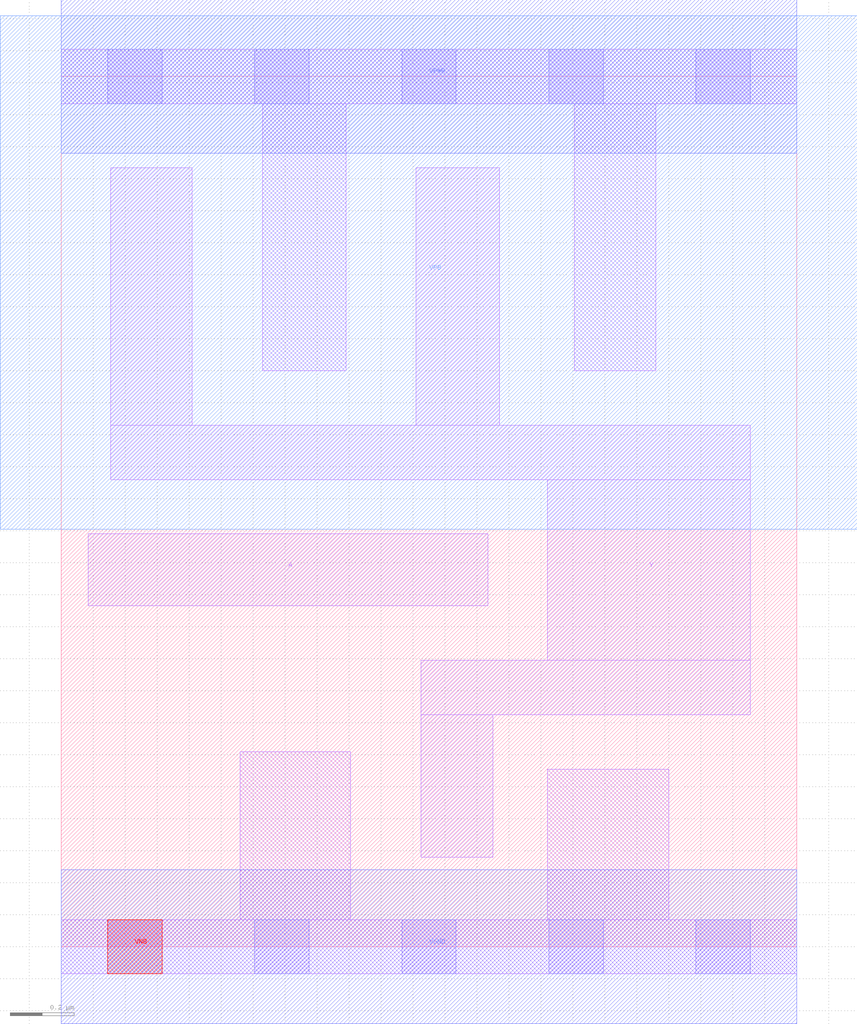
<source format=lef>
# Copyright 2020 The SkyWater PDK Authors
#
# Licensed under the Apache License, Version 2.0 (the "License");
# you may not use this file except in compliance with the License.
# You may obtain a copy of the License at
#
#     https://www.apache.org/licenses/LICENSE-2.0
#
# Unless required by applicable law or agreed to in writing, software
# distributed under the License is distributed on an "AS IS" BASIS,
# WITHOUT WARRANTIES OR CONDITIONS OF ANY KIND, either express or implied.
# See the License for the specific language governing permissions and
# limitations under the License.
#
# SPDX-License-Identifier: Apache-2.0

VERSION 5.7 ;
  NOWIREEXTENSIONATPIN ON ;
  DIVIDERCHAR "/" ;
  BUSBITCHARS "[]" ;
PROPERTYDEFINITIONS
  MACRO maskLayoutSubType STRING ;
  MACRO prCellType STRING ;
  MACRO originalViewName STRING ;
END PROPERTYDEFINITIONS
MACRO sky130_fd_sc_hdll__clkinv_2
  CLASS CORE ;
  FOREIGN sky130_fd_sc_hdll__clkinv_2 ;
  ORIGIN  0.000000  0.000000 ;
  SIZE  2.300000 BY  2.720000 ;
  SYMMETRY X Y R90 ;
  SITE unithd ;
  PIN A
    ANTENNAGATEAREA  0.666000 ;
    DIRECTION INPUT ;
    USE SIGNAL ;
    PORT
      LAYER li1 ;
        RECT 0.085000 1.065000 1.335000 1.290000 ;
    END
  END A
  PIN VGND
    ANTENNADIFFAREA  0.241500 ;
    DIRECTION INOUT ;
    USE SIGNAL ;
    PORT
      LAYER met1 ;
        RECT 0.000000 -0.240000 2.300000 0.240000 ;
    END
  END VGND
  PIN VPWR
    ANTENNADIFFAREA  0.575000 ;
    DIRECTION INOUT ;
    USE SIGNAL ;
    PORT
      LAYER met1 ;
        RECT 0.000000 2.480000 2.300000 2.960000 ;
    END
  END VPWR
  PIN Y
    ANTENNADIFFAREA  0.728600 ;
    DIRECTION OUTPUT ;
    USE SIGNAL ;
    PORT
      LAYER li1 ;
        RECT 0.155000 1.460000 2.155000 1.630000 ;
        RECT 0.155000 1.630000 0.410000 2.435000 ;
        RECT 1.110000 1.630000 1.370000 2.435000 ;
        RECT 1.125000 0.280000 1.350000 0.725000 ;
        RECT 1.125000 0.725000 2.155000 0.895000 ;
        RECT 1.520000 0.895000 2.155000 1.460000 ;
    END
  END Y
  PIN VNB
    DIRECTION INOUT ;
    USE GROUND ;
    PORT
      LAYER pwell ;
        RECT 0.145000 -0.085000 0.315000 0.085000 ;
    END
  END VNB
  PIN VPB
    DIRECTION INOUT ;
    USE POWER ;
    PORT
      LAYER nwell ;
        RECT -0.190000 1.305000 2.490000 2.910000 ;
    END
  END VPB
  OBS
    LAYER li1 ;
      RECT 0.000000 -0.085000 2.300000 0.085000 ;
      RECT 0.000000  2.635000 2.300000 2.805000 ;
      RECT 0.560000  0.085000 0.905000 0.610000 ;
      RECT 0.630000  1.800000 0.890000 2.635000 ;
      RECT 1.520000  0.085000 1.900000 0.555000 ;
      RECT 1.605000  1.800000 1.860000 2.635000 ;
    LAYER mcon ;
      RECT 0.145000 -0.085000 0.315000 0.085000 ;
      RECT 0.145000  2.635000 0.315000 2.805000 ;
      RECT 0.605000 -0.085000 0.775000 0.085000 ;
      RECT 0.605000  2.635000 0.775000 2.805000 ;
      RECT 1.065000 -0.085000 1.235000 0.085000 ;
      RECT 1.065000  2.635000 1.235000 2.805000 ;
      RECT 1.525000 -0.085000 1.695000 0.085000 ;
      RECT 1.525000  2.635000 1.695000 2.805000 ;
      RECT 1.985000 -0.085000 2.155000 0.085000 ;
      RECT 1.985000  2.635000 2.155000 2.805000 ;
  END
  PROPERTY maskLayoutSubType "abstract" ;
  PROPERTY prCellType "standard" ;
  PROPERTY originalViewName "layout" ;
END sky130_fd_sc_hdll__clkinv_2
END LIBRARY

</source>
